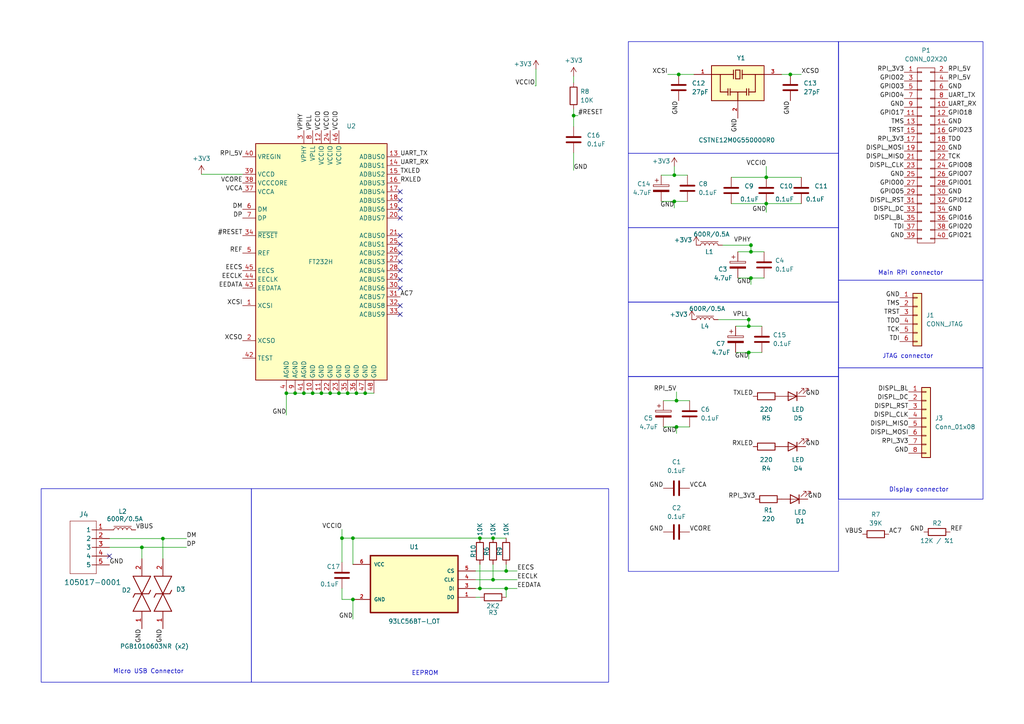
<source format=kicad_sch>
(kicad_sch (version 20230121) (generator eeschema)
  (paper "A4")
  (lib_symbols
    (symbol "2025-02-15_21-18-10:475890001" (pin_names (offset 0.254))
      (property "Reference" "J4" (at -2.54 9.525 0))
      (property "Value" "475890001" (at -8.255 11.43 0))
      (symbol "475890001_1_1"
        (polyline (pts (xy -5.08 -7.62) (xy 2.54 -7.62)) (stroke (width 0.127)))
        (polyline (pts (xy -5.08 7.62) (xy -5.08 -7.62)) (stroke (width 0.127)))
        (polyline (pts (xy 2.54 -7.62) (xy 2.54 7.62)) (stroke (width 0.127)))
        (polyline (pts (xy 2.54 7.62) (xy -5.08 7.62)) (stroke (width 0.127)))
        (pin unspecified line (at 6.35 5.08 180) (length 5.08) (name "1") (number "1"))
        (pin unspecified line (at 6.35 2.54 180) (length 5.08) (name "2") (number "2"))
        (pin unspecified line (at 6.35 0 180) (length 5.08) (name "3") (number "3"))
        (pin unspecified line (at 6.35 -2.54 180) (length 5.08) (name "4") (number "4"))
        (pin unspecified line (at 6.35 -5.08 180) (length 5.08) (name "5") (number "5"))
      )
      (symbol "475890001_1_2"
        (polyline (pts (xy -5.08 -7.62) (xy 2.54 -7.62)) (stroke (width 0.127)))
        (polyline (pts (xy -5.08 7.62) (xy -5.08 -7.62)) (stroke (width 0.127)))
        (polyline (pts (xy -2.54 -5.08) (xy -5.08 -5.08)) (stroke (width 0.127)))
        (polyline (pts (xy -2.54 -5.08) (xy -1.27 -5.9267)) (stroke (width 0.127)))
        (polyline (pts (xy -2.54 -5.08) (xy -1.27 -4.2333)) (stroke (width 0.127)))
        (polyline (pts (xy -2.54 -2.54) (xy -5.08 -2.54)) (stroke (width 0.127)))
        (polyline (pts (xy -2.54 -2.54) (xy -1.27 -3.3867)) (stroke (width 0.127)))
        (polyline (pts (xy -2.54 -2.54) (xy -1.27 -1.6933)) (stroke (width 0.127)))
        (polyline (pts (xy -2.54 0) (xy -5.08 0)) (stroke (width 0.127)))
        (polyline (pts (xy -2.54 0) (xy -1.27 -0.8467)) (stroke (width 0.127)))
        (polyline (pts (xy -2.54 0) (xy -1.27 0.8467)) (stroke (width 0.127)))
        (polyline (pts (xy -2.54 2.54) (xy -5.08 2.54)) (stroke (width 0.127)))
        (polyline (pts (xy -2.54 2.54) (xy -1.27 1.6933)) (stroke (width 0.127)))
        (polyline (pts (xy -2.54 2.54) (xy -1.27 3.3867)) (stroke (width 0.127)))
        (polyline (pts (xy -2.54 5.08) (xy -5.08 5.08)) (stroke (width 0.127)))
        (polyline (pts (xy -2.54 5.08) (xy -1.27 4.2333)) (stroke (width 0.127)))
        (polyline (pts (xy -2.54 5.08) (xy -1.27 5.9267)) (stroke (width 0.127)))
        (polyline (pts (xy 2.54 -7.62) (xy 2.54 7.62)) (stroke (width 0.127)))
        (polyline (pts (xy 2.54 7.62) (xy -5.08 7.62)) (stroke (width 0.127)))
        (pin unspecified line (at -10.16 5.08 0) (length 5.08) (name "1") (number "1"))
        (pin unspecified line (at -10.16 2.54 0) (length 5.08) (name "2") (number "2"))
        (pin unspecified line (at -10.16 0 0) (length 5.08) (name "3") (number "3"))
        (pin unspecified line (at -10.16 -2.54 0) (length 5.08) (name "4") (number "4"))
        (pin unspecified line (at -10.16 -5.08 0) (length 5.08) (name "5") (number "5"))
      )
    )
    (symbol "93LC56BT-I_OT:93LC56BT-I_OT" (pin_names (offset 1.016))
      (property "Reference" "U1" (at 0 10.795 0))
      (property "Value" "93LC56BT-I_OT" (at 0 -10.795 0))
      (symbol "93LC56BT-I_OT_0_0"
        (rectangle (start -12.7 8.255) (end 12.7 -8.255) (stroke (width 0.41)) (fill (type background)))
        (pin output line (at 17.78 -3.81 180) (length 5.08) (name "DO") (number "1"))
        (pin input line (at 17.78 -1.27 180) (length 5.08) (name "DI") (number "3"))
        (pin input line (at 17.78 3.81 180) (length 5.08) (name "CS") (number "5"))
        (pin power_in line (at -17.78 5.715 0) (length 5.08) (name "VCC") (number "6"))
      )
      (symbol "93LC56BT-I_OT_1_0"
        (pin power_in line (at -17.78 -4.445 0) (length 5.08) (name "GND") (number "2"))
        (pin input line (at 17.78 1.27 180) (length 5.08) (name "CLK") (number "4"))
      )
    )
    (symbol "CSTNE12M0G550000R0:CSTNE12M0G550000R0" (pin_names (offset 1.016))
      (property "Reference" "Y" (at -7.62 6.35 0))
      (property "Value" "CSTNE12M0G550000R0" (at 1.27 -6.35 0))
      (symbol "CSTNE12M0G550000R0_0_0"
        (rectangle (start -7.62 -5.08) (end 7.62 5.08) (stroke (width 0.254)) (fill (type background)))
        (polyline (pts (xy -7.62 2.54) (xy -5.08 2.54)) (stroke (width 0.254)))
        (polyline (pts (xy -5.08 -2.54) (xy -5.08 2.54)) (stroke (width 0.254)))
        (polyline (pts (xy -5.08 2.54) (xy -1.27 2.54)) (stroke (width 0.254)))
        (polyline (pts (xy -2.8575 -2.54) (xy -5.08 -2.54)) (stroke (width 0.254)))
        (polyline (pts (xy -2.8575 -2.54) (xy -2.8575 -3.4925)) (stroke (width 0.254)))
        (polyline (pts (xy -2.8575 -1.5875) (xy -2.8575 -2.54)) (stroke (width 0.254)))
        (polyline (pts (xy -2.2225 -2.54) (xy -2.2225 -3.4925)) (stroke (width 0.254)))
        (polyline (pts (xy -2.2225 -1.5875) (xy -2.2225 -2.54)) (stroke (width 0.254)))
        (polyline (pts (xy -1.27 2.54) (xy -1.27 1.27)) (stroke (width 0.254)))
        (polyline (pts (xy -1.27 3.81) (xy -1.27 2.54)) (stroke (width 0.254)))
        (polyline (pts (xy -0.635 1.27) (xy -0.635 3.81)) (stroke (width 0.254)))
        (polyline (pts (xy -0.635 3.81) (xy 0.635 3.81)) (stroke (width 0.254)))
        (polyline (pts (xy 0 -5.08) (xy 0 -2.54)) (stroke (width 0.254)))
        (polyline (pts (xy 0 -2.54) (xy -2.2225 -2.54)) (stroke (width 0.254)))
        (polyline (pts (xy 0 -2.54) (xy 2.54 -2.54)) (stroke (width 0.254)))
        (polyline (pts (xy 0.635 1.27) (xy -0.635 1.27)) (stroke (width 0.254)))
        (polyline (pts (xy 0.635 3.81) (xy 0.635 1.27)) (stroke (width 0.254)))
        (polyline (pts (xy 1.27 2.54) (xy 1.27 1.27)) (stroke (width 0.254)))
        (polyline (pts (xy 1.27 2.54) (xy 5.08 2.54)) (stroke (width 0.254)))
        (polyline (pts (xy 1.27 3.81) (xy 1.27 2.54)) (stroke (width 0.254)))
        (polyline (pts (xy 2.54 -2.54) (xy 2.54 -3.4925)) (stroke (width 0.254)))
        (polyline (pts (xy 2.54 -1.5875) (xy 2.54 -2.54)) (stroke (width 0.254)))
        (polyline (pts (xy 3.175 -2.54) (xy 3.175 -3.4925)) (stroke (width 0.254)))
        (polyline (pts (xy 3.175 -2.54) (xy 5.08 -2.54)) (stroke (width 0.254)))
        (polyline (pts (xy 3.175 -1.5875) (xy 3.175 -2.54)) (stroke (width 0.254)))
        (polyline (pts (xy 5.08 -2.54) (xy 5.08 2.54)) (stroke (width 0.254)))
        (polyline (pts (xy 5.08 2.54) (xy 7.62 2.54)) (stroke (width 0.254)))
        (pin input line (at -12.7 2.54 0) (length 5.08) (name "~") (number "1"))
        (pin power_in line (at 0 -10.16 90) (length 5.08) (name "~") (number "2"))
        (pin output line (at 12.7 2.54 180) (length 5.08) (name "~") (number "3"))
      )
    )
    (symbol "Connector_Generic:Conn_01x06" (pin_names (offset 1.016) hide)
      (property "Reference" "J" (at 0 7.62 0))
      (property "Value" "Conn_01x06" (at 0 -10.16 0))
      (symbol "Conn_01x06_1_1"
        (rectangle (start -1.27 -7.493) (end 0 -7.747) (stroke (width 0.1524)))
        (rectangle (start -1.27 -4.953) (end 0 -5.207) (stroke (width 0.1524)))
        (rectangle (start -1.27 -2.413) (end 0 -2.667) (stroke (width 0.1524)))
        (rectangle (start -1.27 0.127) (end 0 -0.127) (stroke (width 0.1524)))
        (rectangle (start -1.27 2.667) (end 0 2.413) (stroke (width 0.1524)))
        (rectangle (start -1.27 5.207) (end 0 4.953) (stroke (width 0.1524)))
        (rectangle (start -1.27 6.35) (end 1.27 -8.89) (stroke (width 0.254)) (fill (type background)))
        (pin passive line (at -5.08 5.08 0) (length 3.81) (name "Pin_1") (number "1"))
        (pin passive line (at -5.08 2.54 0) (length 3.81) (name "Pin_2") (number "2"))
        (pin passive line (at -5.08 0 0) (length 3.81) (name "Pin_3") (number "3"))
        (pin passive line (at -5.08 -2.54 0) (length 3.81) (name "Pin_4") (number "4"))
        (pin passive line (at -5.08 -5.08 0) (length 3.81) (name "Pin_5") (number "5"))
        (pin passive line (at -5.08 -7.62 0) (length 3.81) (name "Pin_6") (number "6"))
      )
    )
    (symbol "Connector_Generic:Conn_01x08" (pin_names (offset 1.016) hide)
      (property "Reference" "J" (at 0 10.16 0))
      (property "Value" "Conn_01x08" (at 0 -12.7 0))
      (symbol "Conn_01x08_1_1"
        (rectangle (start -1.27 -10.033) (end 0 -10.287) (stroke (width 0.1524)))
        (rectangle (start -1.27 -7.493) (end 0 -7.747) (stroke (width 0.1524)))
        (rectangle (start -1.27 -4.953) (end 0 -5.207) (stroke (width 0.1524)))
        (rectangle (start -1.27 -2.413) (end 0 -2.667) (stroke (width 0.1524)))
        (rectangle (start -1.27 0.127) (end 0 -0.127) (stroke (width 0.1524)))
        (rectangle (start -1.27 2.667) (end 0 2.413) (stroke (width 0.1524)))
        (rectangle (start -1.27 5.207) (end 0 4.953) (stroke (width 0.1524)))
        (rectangle (start -1.27 7.747) (end 0 7.493) (stroke (width 0.1524)))
        (rectangle (start -1.27 8.89) (end 1.27 -11.43) (stroke (width 0.254)) (fill (type background)))
        (pin passive line (at -5.08 7.62 0) (length 3.81) (name "Pin_1") (number "1"))
        (pin passive line (at -5.08 5.08 0) (length 3.81) (name "Pin_2") (number "2"))
        (pin passive line (at -5.08 2.54 0) (length 3.81) (name "Pin_3") (number "3"))
        (pin passive line (at -5.08 0 0) (length 3.81) (name "Pin_4") (number "4"))
        (pin passive line (at -5.08 -2.54 0) (length 3.81) (name "Pin_5") (number "5"))
        (pin passive line (at -5.08 -5.08 0) (length 3.81) (name "Pin_6") (number "6"))
        (pin passive line (at -5.08 -7.62 0) (length 3.81) (name "Pin_7") (number "7"))
        (pin passive line (at -5.08 -10.16 0) (length 3.81) (name "Pin_8") (number "8"))
      )
    )
    (symbol "Device:C" (pin_numbers hide) (pin_names (offset 0.254))
      (property "Reference" "C" (at 0.635 2.54 0))
      (property "Value" "C" (at 0.635 -2.54 0))
      (symbol "C_0_1"
        (polyline (pts (xy -2.032 -0.762) (xy 2.032 -0.762)) (stroke (width 0.508)))
        (polyline (pts (xy -2.032 0.762) (xy 2.032 0.762)) (stroke (width 0.508)))
      )
      (symbol "C_1_1"
        (pin passive line (at 0 3.81 270) (length 2.794) (name "~") (number "1"))
        (pin passive line (at 0 -3.81 90) (length 2.794) (name "~") (number "2"))
      )
    )
    (symbol "Device:C_Polarized" (pin_numbers hide) (pin_names (offset 0.254))
      (property "Reference" "C" (at 0.635 2.54 0))
      (property "Value" "C_Polarized" (at 0.635 -2.54 0))
      (symbol "C_Polarized_0_1"
        (rectangle (start -2.286 0.508) (end 2.286 1.016))
        (polyline (pts (xy -1.778 2.286) (xy -0.762 2.286)))
        (polyline (pts (xy -1.27 2.794) (xy -1.27 1.778)))
        (rectangle (start 2.286 -0.508) (end -2.286 -1.016) (fill (type outline)))
      )
      (symbol "C_Polarized_1_1"
        (pin passive line (at 0 3.81 270) (length 2.794) (name "~") (number "1"))
        (pin passive line (at 0 -3.81 90) (length 2.794) (name "~") (number "2"))
      )
    )
    (symbol "Device:LED" (pin_numbers hide) (pin_names (offset 1.016) hide)
      (property "Reference" "D" (at 0 2.54 0))
      (property "Value" "LED" (at 0 -2.54 0))
      (symbol "LED_0_1"
        (polyline (pts (xy -1.27 -1.27) (xy -1.27 1.27)) (stroke (width 0.254)))
        (polyline (pts (xy -1.27 0) (xy 1.27 0)))
        (polyline (pts (xy 1.27 -1.27) (xy 1.27 1.27) (xy -1.27 0) (xy 1.27 -1.27)) (stroke (width 0.254)))
        (polyline (pts (xy -3.048 -0.762) (xy -4.572 -2.286) (xy -3.81 -2.286) (xy -4.572 -2.286) (xy -4.572 -1.524)))
        (polyline (pts (xy -1.778 -0.762) (xy -3.302 -2.286) (xy -2.54 -2.286) (xy -3.302 -2.286) (xy -3.302 -1.524)))
      )
      (symbol "LED_1_1"
        (pin passive line (at -3.81 0 0) (length 2.54) (name "K") (number "1"))
        (pin passive line (at 3.81 0 180) (length 2.54) (name "A") (number "2"))
      )
    )
    (symbol "Device:L_Iron" (pin_numbers hide) (pin_names (offset 1.016) hide)
      (property "Reference" "L4" (at -1.905 0 90))
      (property "Value" "600R/0.5A" (at 3.175 -0.635 90))
      (symbol "L_Iron_0_1"
        (arc (start 0 -2.54) (mid 0.6323 -1.905) (end 0 -1.27))
        (arc (start 0 -1.27) (mid 0.6323 -0.635) (end 0 0))
        (polyline (pts (xy 1.016 2.54) (xy 1.016 -2.54)))
        (arc (start 0 0) (mid 0.6323 0.635) (end 0 1.27))
        (arc (start 0 1.27) (mid 0.6323 1.905) (end 0 2.54))
      )
      (symbol "L_Iron_1_1"
        (pin passive line (at 0 3.81 270) (length 1.27) (name "1") (number "1"))
        (pin passive line (at 0 -3.81 90) (length 1.27) (name "2") (number "2"))
      )
    )
    (symbol "Device:R" (pin_numbers hide) (pin_names (offset 0))
      (property "Reference" "R" (at 2.032 0 90))
      (property "Value" "R" (at 0 0 90))
      (symbol "R_0_1"
        (rectangle (start -1.016 -2.54) (end 1.016 2.54) (stroke (width 0.254)))
      )
      (symbol "R_1_1"
        (pin passive line (at 0 3.81 270) (length 1.27) (name "~") (number "1"))
        (pin passive line (at 0 -3.81 90) (length 1.27) (name "~") (number "2"))
      )
    )
    (symbol "Interface_USB:FT232H"
      (property "Reference" "U2" (at 7.2741 39.37 0))
      (property "Value" "FT232H" (at -3.81 0 0))
      (symbol "FT232H_0_1"
        (rectangle (start -19.05 34.29) (end 19.05 -34.29) (stroke (width 0.254)) (fill (type background)))
      )
      (symbol "FT232H_1_1"
        (pin input line (at -22.86 -12.7 0) (length 3.81) (name "XCSI") (number "1"))
        (pin power_in line (at -2.54 -38.1 90) (length 3.81) (name "GND") (number "10"))
        (pin power_in line (at 0 -38.1 90) (length 3.81) (name "GND") (number "11"))
        (pin power_in line (at 0 38.1 270) (length 3.81) (name "VCCIO") (number "12"))
        (pin bidirectional line (at 22.86 30.48 180) (length 3.81) (name "ADBUS0") (number "13"))
        (pin bidirectional line (at 22.86 27.94 180) (length 3.81) (name "ADBUS1") (number "14"))
        (pin bidirectional line (at 22.86 25.4 180) (length 3.81) (name "ADBUS2") (number "15"))
        (pin bidirectional line (at 22.86 22.86 180) (length 3.81) (name "ADBUS3") (number "16"))
        (pin bidirectional line (at 22.86 20.32 180) (length 3.81) (name "ADBUS4") (number "17"))
        (pin bidirectional line (at 22.86 17.78 180) (length 3.81) (name "ADBUS5") (number "18"))
        (pin bidirectional line (at 22.86 15.24 180) (length 3.81) (name "ADBUS6") (number "19"))
        (pin output line (at -22.86 -22.86 0) (length 3.81) (name "XCSO") (number "2"))
        (pin bidirectional line (at 22.86 12.7 180) (length 3.81) (name "ADBUS7") (number "20"))
        (pin bidirectional line (at 22.86 7.62 180) (length 3.81) (name "ACBUS0") (number "21"))
        (pin power_in line (at 2.54 -38.1 90) (length 3.81) (name "GND") (number "22"))
        (pin power_in line (at 5.08 -38.1 90) (length 3.81) (name "GND") (number "23"))
        (pin power_in line (at 2.54 38.1 270) (length 3.81) (name "VCCIO") (number "24"))
        (pin bidirectional line (at 22.86 5.08 180) (length 3.81) (name "ACBUS1") (number "25"))
        (pin bidirectional line (at 22.86 2.54 180) (length 3.81) (name "ACBUS2") (number "26"))
        (pin bidirectional line (at 22.86 0 180) (length 3.81) (name "ACBUS3") (number "27"))
        (pin bidirectional line (at 22.86 -2.54 180) (length 3.81) (name "ACBUS4") (number "28"))
        (pin bidirectional line (at 22.86 -5.08 180) (length 3.81) (name "ACBUS5") (number "29"))
        (pin power_in line (at -5.08 38.1 270) (length 3.81) (name "VPHY") (number "3"))
        (pin bidirectional line (at 22.86 -7.62 180) (length 3.81) (name "ACBUS6") (number "30"))
        (pin bidirectional line (at 22.86 -10.16 180) (length 3.81) (name "ACBUS7") (number "31"))
        (pin bidirectional line (at 22.86 -12.7 180) (length 3.81) (name "ACBUS8") (number "32"))
        (pin bidirectional line (at 22.86 -15.24 180) (length 3.81) (name "ACBUS9") (number "33"))
        (pin input line (at -22.86 7.62 0) (length 3.81) (name "~{RESET}") (number "34"))
        (pin power_in line (at 7.62 -38.1 90) (length 3.81) (name "GND") (number "35"))
        (pin power_in line (at 10.16 -38.1 90) (length 3.81) (name "GND") (number "36"))
        (pin power_out line (at -22.86 20.32 0) (length 3.81) (name "VCCA") (number "37"))
        (pin power_out line (at -22.86 22.86 0) (length 3.81) (name "VCCCORE") (number "38"))
        (pin power_out line (at -22.86 25.4 0) (length 3.81) (name "VCCD") (number "39"))
        (pin power_in line (at -10.16 -38.1 90) (length 3.81) (name "AGND") (number "4"))
        (pin power_in line (at -22.86 30.48 0) (length 3.81) (name "VREGIN") (number "40"))
        (pin power_in line (at -5.08 -38.1 90) (length 3.81) (name "AGND") (number "41"))
        (pin input line (at -22.86 -27.94 0) (length 3.81) (name "TEST") (number "42"))
        (pin bidirectional line (at -22.86 -7.62 0) (length 3.81) (name "EEDATA") (number "43"))
        (pin input line (at -22.86 -5.08 0) (length 3.81) (name "EECLK") (number "44"))
        (pin input line (at -22.86 -2.54 0) (length 3.81) (name "EECS") (number "45"))
        (pin power_in line (at 5.08 38.1 270) (length 3.81) (name "VCCIO") (number "46"))
        (pin power_in line (at 12.7 -38.1 90) (length 3.81) (name "GND") (number "47"))
        (pin power_in line (at 15.24 -38.1 90) (length 3.81) (name "GND") (number "48"))
        (pin input line (at -22.86 2.54 0) (length 3.81) (name "REF") (number "5"))
        (pin bidirectional line (at -22.86 15.24 0) (length 3.81) (name "DM") (number "6"))
        (pin bidirectional line (at -22.86 12.7 0) (length 3.81) (name "DP") (number "7"))
        (pin power_in line (at -2.54 38.1 270) (length 3.81) (name "VPLL") (number "8"))
        (pin power_in line (at -7.62 -38.1 90) (length 3.81) (name "AGND") (number "9"))
      )
    )
    (symbol "L_Iron_1" (pin_numbers hide) (pin_names (offset 1.016) hide)
      (property "Reference" "L2" (at 5.334 0 90))
      (property "Value" "600R/0.5A" (at 3.175 -0.635 90))
      (symbol "L_Iron_1_0_1"
        (arc (start 0 -2.54) (mid 0.6323 -1.905) (end 0 -1.27))
        (arc (start 0 -1.27) (mid 0.6323 -0.635) (end 0 0))
        (polyline (pts (xy 1.016 2.54) (xy 1.016 -2.54)))
        (arc (start 0 0) (mid 0.6323 0.635) (end 0 1.27))
        (arc (start 0 1.27) (mid 0.6323 1.905) (end 0 2.54))
      )
      (symbol "L_Iron_1_1_1"
        (pin passive line (at 0 3.81 270) (length 1.27) (name "1") (number "1"))
        (pin passive line (at 0 -3.81 90) (length 1.27) (name "2") (number "2"))
      )
    )
    (symbol "L_Iron_2" (pin_numbers hide) (pin_names (offset 1.016) hide)
      (property "Reference" "L1" (at -1.905 0 90))
      (property "Value" "600R/0.5A" (at 3.175 -0.635 90))
      (symbol "L_Iron_2_0_1"
        (arc (start 0 -2.54) (mid 0.6323 -1.905) (end 0 -1.27))
        (arc (start 0 -1.27) (mid 0.6323 -0.635) (end 0 0))
        (polyline (pts (xy 1.016 2.54) (xy 1.016 -2.54)))
        (arc (start 0 0) (mid 0.6323 0.635) (end 0 1.27))
        (arc (start 0 1.27) (mid 0.6323 1.905) (end 0 2.54))
      )
      (symbol "L_Iron_2_1_1"
        (pin passive line (at 0 3.81 270) (length 1.27) (name "1") (number "1"))
        (pin passive line (at 0 -3.81 90) (length 1.27) (name "2") (number "2"))
      )
    )
    (symbol "PGB1010603NR:PGB1010603NR" (pin_names hide)
      (property "Reference" "D" (at 12.7 8.89 0))
      (property "Value" "PGB1010603NR" (at 12.7 6.35 0))
      (symbol "PGB1010603NR_1_1"
        (polyline (pts (xy 5.08 2.54) (xy 5.08 -2.54)) (stroke (width 0.254)))
        (polyline (pts (xy 5.08 2.54) (xy 10.16 0)) (stroke (width 0.254)))
        (polyline (pts (xy 9.144 2.54) (xy 10.16 2.032)) (stroke (width 0.254)))
        (polyline (pts (xy 10.16 -2.032) (xy 10.16 2.032)) (stroke (width 0.254)))
        (polyline (pts (xy 10.16 -2.032) (xy 11.176 -2.54)) (stroke (width 0.254)))
        (polyline (pts (xy 10.16 0) (xy 5.08 -2.54)) (stroke (width 0.254)))
        (polyline (pts (xy 10.16 0) (xy 15.24 -2.54)) (stroke (width 0.254)))
        (polyline (pts (xy 15.24 2.54) (xy 10.16 0)) (stroke (width 0.254)))
        (polyline (pts (xy 15.24 2.54) (xy 15.24 -2.54)) (stroke (width 0.254)))
        (pin passive line (at 0 0 0) (length 5.08) (name "1") (number "1"))
        (pin passive line (at 20.32 0 180) (length 5.08) (name "2") (number "2"))
      )
    )
    (symbol "power:+3V3" (power) (pin_names (offset 0))
      (property "Value" "+3V3" (at 0 3.556 0))
      (symbol "+3V3_0_1"
        (polyline (pts (xy -0.762 1.27) (xy 0 2.54)))
        (polyline (pts (xy 0 0) (xy 0 2.54)))
        (polyline (pts (xy 0 2.54) (xy 0.762 1.27)))
      )
      (symbol "+3V3_1_1"
        (pin power_in line (at 0 0 90) (length 0) hide (name "+3V3") (number "1"))
      )
    )
    (symbol "raspberry_pi_hat:CONN_02X20" (pin_names (offset 0.0254) hide)
      (property "Reference" "P" (at 0 26.67 0))
      (property "Value" "CONN_02X20" (at 0 0 90))
      (symbol "CONN_02X20_0_1"
        (rectangle (start -2.54 -24.003) (end -1.27 -24.257))
        (rectangle (start -2.54 -21.463) (end -1.27 -21.717))
        (rectangle (start -2.54 -18.923) (end -1.27 -19.177))
        (rectangle (start -2.54 -16.383) (end -1.27 -16.637))
        (rectangle (start -2.54 -13.843) (end -1.27 -14.097))
        (rectangle (start -2.54 -11.303) (end -1.27 -11.557))
        (rectangle (start -2.54 -8.763) (end -1.27 -9.017))
        (rectangle (start -2.54 -6.223) (end -1.27 -6.477))
        (rectangle (start -2.54 -3.683) (end -1.27 -3.937))
        (rectangle (start -2.54 -1.143) (end -1.27 -1.397))
        (rectangle (start -2.54 1.397) (end -1.27 1.143))
        (rectangle (start -2.54 3.937) (end -1.27 3.683))
        (rectangle (start -2.54 6.477) (end -1.27 6.223))
        (rectangle (start -2.54 9.017) (end -1.27 8.763))
        (rectangle (start -2.54 11.557) (end -1.27 11.303))
        (rectangle (start -2.54 14.097) (end -1.27 13.843))
        (rectangle (start -2.54 16.637) (end -1.27 16.383))
        (rectangle (start -2.54 19.177) (end -1.27 18.923))
        (rectangle (start -2.54 21.717) (end -1.27 21.463))
        (rectangle (start -2.54 24.257) (end -1.27 24.003))
        (rectangle (start -2.54 25.4) (end 2.54 -25.4))
        (rectangle (start 1.27 -24.003) (end 2.54 -24.257))
        (rectangle (start 1.27 -21.463) (end 2.54 -21.717))
        (rectangle (start 1.27 -18.923) (end 2.54 -19.177))
        (rectangle (start 1.27 -16.383) (end 2.54 -16.637))
        (rectangle (start 1.27 -13.843) (end 2.54 -14.097))
        (rectangle (start 1.27 -11.303) (end 2.54 -11.557))
        (rectangle (start 1.27 -8.763) (end 2.54 -9.017))
        (rectangle (start 1.27 -6.223) (end 2.54 -6.477))
        (rectangle (start 1.27 -3.683) (end 2.54 -3.937))
        (rectangle (start 1.27 -1.143) (end 2.54 -1.397))
        (rectangle (start 1.27 1.397) (end 2.54 1.143))
        (rectangle (start 1.27 3.937) (end 2.54 3.683))
        (rectangle (start 1.27 6.477) (end 2.54 6.223))
        (rectangle (start 1.27 9.017) (end 2.54 8.763))
        (rectangle (start 1.27 11.557) (end 2.54 11.303))
        (rectangle (start 1.27 14.097) (end 2.54 13.843))
        (rectangle (start 1.27 16.637) (end 2.54 16.383))
        (rectangle (start 1.27 19.177) (end 2.54 18.923))
        (rectangle (start 1.27 21.717) (end 2.54 21.463))
        (rectangle (start 1.27 24.257) (end 2.54 24.003))
      )
      (symbol "CONN_02X20_1_1"
        (pin passive line (at -6.35 24.13 0) (length 3.81) (name "P1") (number "1"))
        (pin passive line (at 6.35 13.97 180) (length 3.81) (name "P10") (number "10"))
        (pin passive line (at -6.35 11.43 0) (length 3.81) (name "P11") (number "11"))
        (pin passive line (at 6.35 11.43 180) (length 3.81) (name "P12") (number "12"))
        (pin passive line (at -6.35 8.89 0) (length 3.81) (name "P13") (number "13"))
        (pin passive line (at 6.35 8.89 180) (length 3.81) (name "P14") (number "14"))
        (pin passive line (at -6.35 6.35 0) (length 3.81) (name "P15") (number "15"))
        (pin passive line (at 6.35 6.35 180) (length 3.81) (name "P16") (number "16"))
        (pin passive line (at -6.35 3.81 0) (length 3.81) (name "P17") (number "17"))
        (pin passive line (at 6.35 3.81 180) (length 3.81) (name "P18") (number "18"))
        (pin passive line (at -6.35 1.27 0) (length 3.81) (name "P19") (number "19"))
        (pin passive line (at 6.35 24.13 180) (length 3.81) (name "P2") (number "2"))
        (pin passive line (at 6.35 1.27 180) (length 3.81) (name "P20") (number "20"))
        (pin passive line (at -6.35 -1.27 0) (length 3.81) (name "P21") (number "21"))
        (pin passive line (at 6.35 -1.27 180) (length 3.81) (name "P22") (number "22"))
        (pin passive line (at -6.35 -3.81 0) (length 3.81) (name "P23") (number "23"))
        (pin passive line (at 6.35 -3.81 180) (length 3.81) (name "P24") (number "24"))
        (pin passive line (at -6.35 -6.35 0) (length 3.81) (name "P25") (number "25"))
        (pin passive line (at 6.35 -6.35 180) (length 3.81) (name "P26") (number "26"))
        (pin passive line (at -6.35 -8.89 0) (length 3.81) (name "P27") (number "27"))
        (pin passive line (at 6.35 -8.89 180) (length 3.81) (name "P28") (number "28"))
        (pin passive line (at -6.35 -11.43 0) (length 3.81) (name "P29") (number "29"))
        (pin passive line (at -6.35 21.59 0) (length 3.81) (name "P3") (number "3"))
        (pin passive line (at 6.35 -11.43 180) (length 3.81) (name "P30") (number "30"))
        (pin passive line (at -6.35 -13.97 0) (length 3.81) (name "P31") (number "31"))
        (pin passive line (at 6.35 -13.97 180) (length 3.81) (name "P32") (number "32"))
        (pin passive line (at -6.35 -16.51 0) (length 3.81) (name "P33") (number "33"))
        (pin passive line (at 6.35 -16.51 180) (length 3.81) (name "P34") (number "34"))
        (pin passive line (at -6.35 -19.05 0) (length 3.81) (name "P35") (number "35"))
        (pin passive line (at 6.35 -19.05 180) (length 3.81) (name "P36") (number "36"))
        (pin passive line (at -6.35 -21.59 0) (length 3.81) (name "P37") (number "37"))
        (pin passive line (at 6.35 -21.59 180) (length 3.81) (name "P38") (number "38"))
        (pin passive line (at -6.35 -24.13 0) (length 3.81) (name "P39") (number "39"))
        (pin passive line (at 6.35 21.59 180) (length 3.81) (name "P4") (number "4"))
        (pin passive line (at 6.35 -24.13 180) (length 3.81) (name "P40") (number "40"))
        (pin passive line (at -6.35 19.05 0) (length 3.81) (name "P5") (number "5"))
        (pin passive line (at 6.35 19.05 180) (length 3.81) (name "P6") (number "6"))
        (pin passive line (at -6.35 16.51 0) (length 3.81) (name "P7") (number "7"))
        (pin passive line (at 6.35 16.51 180) (length 3.81) (name "P8") (number "8"))
        (pin passive line (at -6.35 13.97 0) (length 3.81) (name "P9") (number "9"))
      )
    )
  )
  (junction (at 95.758 114.046))
  (junction (at 139.192 156.083))
  (junction (at 90.678 114.046))
  (junction (at 217.805 80.645))
  (junction (at 222.25 51.435))
  (junction (at 83.058 114.046))
  (junction (at 143.002 156.083))
  (junction (at 88.138 114.046))
  (junction (at 166.37 33.528))
  (junction (at 229.235 21.59))
  (junction (at 217.805 73.025))
  (junction (at 217.17 92.71))
  (junction (at 41.148 158.75))
  (junction (at 196.215 123.825))
  (junction (at 146.812 165.608))
  (junction (at 217.805 71.12))
  (junction (at 98.298 114.046))
  (junction (at 99.187 156.083))
  (junction (at 85.598 114.046))
  (junction (at 102.362 173.863))
  (junction (at 100.838 114.046))
  (junction (at 217.17 102.235))
  (junction (at 195.58 50.8))
  (junction (at 93.218 114.046))
  (junction (at 196.85 21.59))
  (junction (at 139.192 170.688))
  (junction (at 103.378 114.046))
  (junction (at 196.215 116.205))
  (junction (at 105.918 114.046))
  (junction (at 102.362 156.083))
  (junction (at 146.812 170.688))
  (junction (at 222.25 59.055))
  (junction (at 143.002 168.148))
  (junction (at 47.244 156.21))
  (junction (at 195.58 58.42))
  (junction (at 217.17 94.615))
  (no_connect (at 116.078 81.026))
  (no_connect (at 31.75 161.29))
  (no_connect (at 116.078 75.946))
  (no_connect (at 116.078 63.246))
  (no_connect (at 116.078 60.706))
  (no_connect (at 116.078 78.486))
  (no_connect (at 116.078 91.186))
  (no_connect (at 116.078 70.866))
  (no_connect (at 116.078 73.406))
  (no_connect (at 116.078 58.166))
  (no_connect (at 116.078 83.566))
  (no_connect (at 116.078 55.626))
  (no_connect (at 116.078 68.326))
  (no_connect (at 116.078 88.646))
  (wire (pts (xy 139.192 163.703) (xy 139.192 170.688)))
  (wire (pts (xy 103.378 114.046) (xy 105.918 114.046)))
  (wire (pts (xy 99.187 153.543) (xy 99.187 156.083)))
  (wire (pts (xy 137.922 170.688) (xy 139.192 170.688)))
  (wire (pts (xy 100.838 114.046) (xy 103.378 114.046)))
  (wire (pts (xy 99.187 170.688) (xy 99.187 173.863)))
  (wire (pts (xy 222.25 51.435) (xy 232.41 51.435)))
  (wire (pts (xy 99.187 156.083) (xy 99.187 163.068)))
  (wire (pts (xy 222.25 59.055) (xy 222.25 61.595)))
  (wire (pts (xy 166.37 22.098) (xy 166.37 24.003)))
  (wire (pts (xy 166.37 33.528) (xy 166.37 36.703)))
  (wire (pts (xy 166.37 31.623) (xy 166.37 33.528)))
  (wire (pts (xy 166.37 44.323) (xy 166.37 49.403)))
  (wire (pts (xy 47.244 156.21) (xy 54.102 156.21)))
  (wire (pts (xy 217.805 71.12) (xy 217.805 73.025)))
  (wire (pts (xy 213.36 102.235) (xy 217.17 102.235)))
  (wire (pts (xy 229.235 21.59) (xy 232.41 21.59)))
  (wire (pts (xy 212.09 59.055) (xy 222.25 59.055)))
  (wire (pts (xy 102.362 156.083) (xy 102.362 163.703)))
  (wire (pts (xy 139.192 156.083) (xy 102.362 156.083)))
  (wire (pts (xy 31.75 156.21) (xy 47.244 156.21)))
  (wire (pts (xy 217.805 73.025) (xy 221.615 73.025)))
  (wire (pts (xy 146.812 156.083) (xy 143.002 156.083)))
  (wire (pts (xy 139.192 170.688) (xy 146.812 170.688)))
  (wire (pts (xy 90.678 114.046) (xy 93.218 114.046)))
  (wire (pts (xy 93.218 114.046) (xy 95.758 114.046)))
  (wire (pts (xy 41.148 158.75) (xy 41.148 162.052)))
  (wire (pts (xy 192.405 116.205) (xy 196.215 116.205)))
  (wire (pts (xy 143.002 163.703) (xy 143.002 168.148)))
  (wire (pts (xy 195.58 48.26) (xy 195.58 50.8)))
  (wire (pts (xy 217.805 80.645) (xy 217.805 82.55)))
  (wire (pts (xy 143.002 168.148) (xy 149.987 168.148)))
  (wire (pts (xy 83.058 114.046) (xy 85.598 114.046)))
  (wire (pts (xy 222.25 59.055) (xy 232.41 59.055)))
  (wire (pts (xy 192.405 123.825) (xy 196.215 123.825)))
  (wire (pts (xy 146.812 170.688) (xy 149.987 170.688)))
  (wire (pts (xy 195.58 50.8) (xy 199.39 50.8)))
  (wire (pts (xy 217.17 92.075) (xy 217.17 92.71)))
  (wire (pts (xy 83.058 114.046) (xy 83.058 120.396)))
  (wire (pts (xy 85.598 114.046) (xy 88.138 114.046)))
  (wire (pts (xy 196.85 21.59) (xy 201.295 21.59)))
  (wire (pts (xy 212.09 51.435) (xy 222.25 51.435)))
  (wire (pts (xy 217.17 94.615) (xy 220.98 94.615)))
  (wire (pts (xy 146.812 173.228) (xy 146.812 170.688)))
  (wire (pts (xy 98.298 114.046) (xy 100.838 114.046)))
  (wire (pts (xy 195.58 58.42) (xy 195.58 60.325)))
  (wire (pts (xy 193.675 21.59) (xy 196.85 21.59)))
  (wire (pts (xy 41.148 158.75) (xy 54.102 158.75)))
  (wire (pts (xy 209.55 71.12) (xy 217.805 71.12)))
  (wire (pts (xy 166.37 33.528) (xy 167.64 33.528)))
  (wire (pts (xy 146.812 163.703) (xy 146.812 165.608)))
  (wire (pts (xy 137.922 173.228) (xy 139.192 173.228)))
  (wire (pts (xy 191.77 50.8) (xy 195.58 50.8)))
  (wire (pts (xy 102.362 173.863) (xy 102.362 179.578)))
  (wire (pts (xy 196.215 116.205) (xy 200.025 116.205)))
  (wire (pts (xy 88.138 114.046) (xy 90.678 114.046)))
  (wire (pts (xy 99.187 173.863) (xy 102.362 173.863)))
  (wire (pts (xy 137.922 168.148) (xy 143.002 168.148)))
  (wire (pts (xy 222.25 48.26) (xy 222.25 51.435)))
  (wire (pts (xy 47.244 156.21) (xy 47.244 162.052)))
  (wire (pts (xy 137.922 165.608) (xy 146.812 165.608)))
  (wire (pts (xy 217.17 102.235) (xy 220.98 102.235)))
  (wire (pts (xy 196.215 123.825) (xy 196.215 125.73)))
  (wire (pts (xy 213.36 94.615) (xy 217.17 94.615)))
  (wire (pts (xy 196.215 113.665) (xy 196.215 116.205)))
  (wire (pts (xy 146.812 165.608) (xy 149.987 165.608)))
  (wire (pts (xy 105.918 114.046) (xy 108.458 114.046)))
  (wire (pts (xy 213.995 80.645) (xy 217.805 80.645)))
  (wire (pts (xy 31.75 158.75) (xy 41.148 158.75)))
  (wire (pts (xy 213.995 73.025) (xy 217.805 73.025)))
  (wire (pts (xy 195.58 58.42) (xy 199.39 58.42)))
  (wire (pts (xy 58.42 50.546) (xy 70.358 50.546)))
  (wire (pts (xy 191.77 58.42) (xy 195.58 58.42)))
  (wire (pts (xy 196.215 123.825) (xy 200.025 123.825)))
  (wire (pts (xy 217.805 70.485) (xy 217.805 71.12)))
  (wire (pts (xy 99.187 156.083) (xy 102.362 156.083)))
  (wire (pts (xy 155.194 24.892) (xy 155.448 24.892)))
  (wire (pts (xy 217.17 102.235) (xy 217.17 104.14)))
  (wire (pts (xy 208.28 92.71) (xy 217.17 92.71)))
  (wire (pts (xy 143.002 156.083) (xy 139.192 156.083)))
  (wire (pts (xy 95.758 114.046) (xy 98.298 114.046)))
  (wire (pts (xy 217.805 80.645) (xy 221.615 80.645)))
  (wire (pts (xy 155.448 24.892) (xy 155.448 20.066)))
  (wire (pts (xy 226.695 21.59) (xy 229.235 21.59)))
  (wire (pts (xy 217.17 92.71) (xy 217.17 94.615)))
  (rectangle (start 243.205 81.28) (end 285.115 106.68))
  (rectangle (start 182.245 12.065) (end 243.205 44.45))
  (rectangle (start 11.938 141.732) (end 72.898 197.866))
  (rectangle (start 72.898 141.732) (end 176.53 197.866))
  (rectangle (start 182.245 66.04) (end 243.205 87.63))
  (rectangle (start 182.245 109.22) (end 243.205 165.735))
  (rectangle (start 182.245 87.63) (end 243.205 109.22))
  (rectangle (start 243.205 12.065) (end 285.115 81.28))
  (rectangle (start 243.205 106.68) (end 285.115 144.78))
  (rectangle (start 182.245 44.45) (end 243.205 66.04))
  (text "Display connector\n" (at 257.81 142.875 0) (effects (font (size 1.27 1.27)) (justify left bottom)))
  (text "EEPROM" (at 119.38 196.088 0) (effects (font (size 1.27 1.27)) (justify left bottom)))
  (text "Main RPI connector" (at 254.635 80.01 0) (effects (font (size 1.27 1.27)) (justify left bottom)))
  (text "Micro USB Connector" (at 32.766 195.58 0) (effects (font (size 1.27 1.27)) (justify left bottom)))
  (text "JTAG connector\n" (at 255.905 104.14 0) (effects (font (size 1.27 1.27)) (justify left bottom)))
  (label "RPI_5V" (at 274.955 20.955 0))
  (label "RXLED" (at 218.44 129.54 180))
  (label "TXLED" (at 218.44 114.935 180))
  (label "XCSO" (at 232.41 21.59 0))
  (label "VCCIO" (at 222.25 48.26 180))
  (label "GND" (at 213.995 34.29 270))
  (label "UART_RX" (at 274.955 31.115 0))
  (label "AC7" (at 116.078 86.106 0))
  (label "GND" (at 217.805 82.55 180))
  (label "UART_RX" (at 116.078 48.006 0))
  (label "GND" (at 274.955 36.195 0))
  (label "GPIO21" (at 274.955 69.215 0))
  (label "TDI" (at 260.985 99.06 180))
  (label "GND" (at 262.255 69.215 180))
  (label "XCSI" (at 193.675 21.59 180))
  (label "DISPL_DC" (at 262.255 61.595 180))
  (label "GND" (at 234.315 144.78 0))
  (label "REF" (at 275.59 154.305 0))
  (label "GND" (at 192.405 141.605 180))
  (label "DISPL_MISO" (at 263.525 123.825 180))
  (label "GND" (at 233.68 129.54 0))
  (label "DISPL_MOSI" (at 262.255 43.815 180))
  (label "EEDATA" (at 149.987 170.688 0))
  (label "GPIO04" (at 262.255 28.575 180))
  (label "TCK" (at 274.955 46.355 0))
  (label "RPI_3V3" (at 262.255 20.955 180))
  (label "GND" (at 233.68 114.935 0))
  (label "RPI_5V" (at 274.955 23.495 0))
  (label "VCCA" (at 70.358 55.626 180))
  (label "GND" (at 262.255 51.435 180))
  (label "GND" (at 195.58 60.325 180))
  (label "DM" (at 70.358 60.706 180))
  (label "DISPL_RST" (at 263.525 118.745 180))
  (label "TDI" (at 262.255 66.675 180))
  (label "GND" (at 274.955 56.515 0))
  (label "DP" (at 54.102 158.75 0))
  (label "XCSO" (at 70.358 98.806 180))
  (label "VPLL" (at 217.17 92.075 180))
  (label "VCCIO" (at 98.298 37.846 90))
  (label "RPI_3V3" (at 262.255 41.275 180))
  (label "VPHY" (at 88.138 37.846 90))
  (label "GPIO07" (at 274.955 51.435 0))
  (label "VPHY" (at 217.805 70.485 180))
  (label "VCORE" (at 200.025 154.305 0))
  (label "RPI_5V" (at 70.358 45.466 180))
  (label "DISPL_CLK" (at 263.525 121.285 180))
  (label "TRST" (at 260.985 91.44 180))
  (label "VCCIO" (at 155.194 24.892 180))
  (label "GPIO20" (at 274.955 66.675 0))
  (label "TXLED" (at 116.078 50.546 0))
  (label "DM" (at 54.102 156.21 0))
  (label "GND" (at 102.362 179.578 180))
  (label "GPIO17" (at 262.255 33.655 180))
  (label "DP" (at 70.358 63.246 180))
  (label "DISPL_DC" (at 263.525 116.205 180))
  (label "GND" (at 47.244 182.372 270))
  (label "REF" (at 70.358 73.406 180))
  (label "EECLK" (at 70.358 81.026 180))
  (label "GND" (at 196.85 29.21 270))
  (label "RPI_3V3" (at 263.525 128.905 180))
  (label "AC7" (at 257.81 154.94 0))
  (label "GPIO03" (at 262.255 26.035 180))
  (label "GND" (at 267.97 154.305 180))
  (label "TDO" (at 260.985 93.98 180))
  (label "GPIO08" (at 274.955 48.895 0))
  (label "GND" (at 83.058 120.396 180))
  (label "GND" (at 260.985 86.36 180))
  (label "VCCA" (at 200.025 141.605 0))
  (label "GND" (at 31.75 163.83 0))
  (label "UART_TX" (at 116.078 45.466 0))
  (label "GPIO18" (at 274.955 33.655 0))
  (label "EEDATA" (at 70.358 83.566 180))
  (label "DISPL_RST" (at 262.255 59.055 180))
  (label "DISPL_BL" (at 263.525 113.665 180))
  (label "RPI_3V3" (at 219.075 144.78 180))
  (label "GND" (at 274.955 26.035 0))
  (label "GPIO12" (at 274.955 59.055 0))
  (label "DISPL_BL" (at 262.255 64.135 180))
  (label "EECLK" (at 149.987 168.148 0))
  (label "VBUS" (at 39.37 153.67 0))
  (label "GPIO16" (at 274.955 64.135 0))
  (label "EECS" (at 70.358 78.486 180))
  (label "EECS" (at 149.987 165.608 0))
  (label "GPIO02" (at 262.255 23.495 180))
  (label "GND" (at 229.235 29.21 270))
  (label "DISPL_MISO" (at 262.255 46.355 180))
  (label "TRST" (at 262.255 38.735 180))
  (label "RPI_5V" (at 196.215 113.665 180))
  (label "VCCIO" (at 93.218 37.846 90))
  (label "VBUS" (at 250.19 154.94 180))
  (label "GND" (at 192.405 154.305 180))
  (label "DISPL_CLK" (at 262.255 48.895 180))
  (label "VCCIO" (at 95.758 37.846 90))
  (label "GPIO01" (at 274.955 53.975 0))
  (label "GND" (at 222.25 61.595 180))
  (label "VPLL" (at 90.678 37.846 90))
  (label "GND" (at 274.955 61.595 0))
  (label "GND" (at 41.148 182.372 270))
  (label "GND" (at 166.37 49.403 0))
  (label "TDO" (at 274.955 41.275 0))
  (label "UART_TX" (at 274.955 28.575 0))
  (label "#RESET" (at 70.358 68.326 180))
  (label "#RESET" (at 167.64 33.528 0))
  (label "GPIO23" (at 274.955 38.735 0))
  (label "XCSI" (at 70.358 88.646 180))
  (label "VCORE" (at 70.358 53.086 180))
  (label "GPIO05" (at 262.255 56.515 180))
  (label "GND" (at 217.17 104.14 180))
  (label "GND" (at 263.525 131.445 180))
  (label "DISPL_MOSI" (at 263.525 126.365 180))
  (label "TMS" (at 262.255 36.195 180))
  (label "GND" (at 196.215 125.73 180))
  (label "RXLED" (at 116.078 53.086 0))
  (label "GND" (at 274.955 43.815 0))
  (label "TMS" (at 260.985 88.9 180))
  (label "GPIO00" (at 262.255 53.975 180))
  (label "VCCIO" (at 99.187 153.543 180))
  (label "GND" (at 262.255 31.115 180))
  (label "TCK" (at 260.985 96.52 180))
  (symbol (lib_id "power:+3V3") (at 201.93 71.12 0) (unit 1)
    (property "Reference" "#PWR03" (effects hide))
    (property "Value" "+3V3" (at 198.12 69.596 0))
  )
  (symbol (lib_id "93LC56BT-I_OT:93LC56BT-I_OT") (at 120.142 169.418 0) (unit 1)
    (property "Reference" "U1" (at 120.142 158.623 0))
    (property "Value" "93LC56BT-I_OT" (at 120.142 180.213 0))
    (property "Footprint" "footprints:SOT95P280X145-6N" (effects hide))
  )
  (symbol (lib_id "2025-02-15_21-18-10:475890001") (at 25.4 158.75 0) (unit 1)
    (property "Reference" "J4" (at 22.86 149.225 0) (effects (font (size 1.524 1.524)) (justify left)))
    (property "Value" "105017-0001 " (at 18.542 168.91 0) (effects (font (size 1.524 1.524)) (justify left)))
    (property "Footprint" "footprints:CON00363_5_MOL_FIXED" (effects hide))
    (property "Datasheet" "https://www.molex.com/content/dam/molex/molex-dot-com/products/automated/en-us/salesdrawingpdf/105/105017/1050170001_sd.pdf" (effects hide))
    (property "Product" "https://www.mouser.fr/ProductDetail/Molex/105017-0001?qs=hlXxxvYE36k7QcsR97GUKA%3D%3D&mgh=1&vip=1&utm_id=18189949858&utm_source=google&utm_medium=cpc&utm_marketing_tactic=emeacorp&gad_source=1&gclid=Cj0KCQiAz6q-BhCfARIsAOezPxlvLpEv7bduee-DetB62EXBcTNwSZ2XUDVsg3eyMU4RHSua-R77iFEaAlflEALw_wcB" (effects hide))
  )
  (symbol (lib_id "CSTNE12M0G550000R0:CSTNE12M0G550000R0") (at 213.995 24.13 0) (unit 1)
    (property "Reference" "Y1" (at 213.6775 16.8275 0) (effects (justify left)))
    (property "Value" "CSTNE12M0G550000R0" (at 202.565 40.64 0) (effects (justify left)))
    (property "Footprint" "footprints:OSC_CSTNE12M0G550000R0" (effects hide))
    (property "PARTREV" "JGC42-8858A" (effects hide))
    (property "MANUFACTURER" "Murata" (effects hide))
    (property "MAXIMUM_PACKAGE_HEIGHT" "0.8mm" (effects hide))
    (property "STANDARD" "Manufacturer Recomendations" (effects hide))
  )
  (symbol (lib_id "Device:C_Polarized") (at 191.77 54.61 0) (unit 1)
    (property "Reference" "C14" (at 184.785 53.34 0) (effects (justify left)))
    (property "Value" "4.7uF" (at 183.515 55.88 0) (effects (justify left)))
    (property "Footprint" "footprints:CAPPM2014X120N" (effects hide))
  )
  (symbol (lib_id "Device:C") (at 221.615 76.835 0) (unit 1)
    (property "Reference" "C4" (at 224.79 75.565 0) (effects (justify left)))
    (property "Value" "0.1uF" (at 224.79 78.105 0) (effects (justify left)))
    (property "Footprint" "Capacitor_SMD:C_0201_0603Metric_Pad0.64x0.40mm_HandSolder" (effects hide))
  )
  (symbol (lib_id "Device:C") (at 196.85 25.4 180) (unit 1)
    (property "Reference" "C12" (at 200.66 24.13 0) (effects (justify right)))
    (property "Value" "27pF" (at 200.66 26.67 0) (effects (justify right)))
    (property "Footprint" "Capacitor_SMD:C_0201_0603Metric_Pad0.64x0.40mm_HandSolder" (effects hide))
  )
  (symbol (lib_id "Device:C_Polarized") (at 192.405 120.015 0) (unit 1)
    (property "Reference" "C5" (at 186.69 121.285 0) (effects (justify left)))
    (property "Value" "4.7uF" (at 185.42 123.825 0) (effects (justify left)))
    (property "Footprint" "footprints:CAPPM2014X120N" (effects hide))
  )
  (symbol (lib_id "Device:C") (at 200.025 120.015 0) (unit 1)
    (property "Reference" "C6" (at 203.2 118.745 0) (effects (justify left)))
    (property "Value" "0.1uF" (at 203.2 121.285 0) (effects (justify left)))
    (property "Footprint" "Capacitor_SMD:C_0201_0603Metric_Pad0.64x0.40mm_HandSolder" (effects hide))
  )
  (symbol (lib_name "L_Iron_1") (lib_id "Device:L_Iron") (at 35.56 153.67 90) (unit 1)
    (property "Reference" "L2" (at 35.56 148.336 90))
    (property "Value" "600R/0.5A" (at 36.195 150.495 90))
    (property "Footprint" "footprints:BLM21AG102BH1J" (effects hide))
  )
  (symbol (lib_id "Device:R") (at 143.002 173.228 90) (unit 1)
    (property "Reference" "R3" (at 143.002 177.673 90))
    (property "Value" "2K2" (at 143.002 175.768 90))
    (property "Footprint" "Resistor_SMD:R_0201_0603Metric_Pad0.64x0.40mm_HandSolder" (effects hide))
  )
  (symbol (lib_id "power:+3V3") (at 195.58 48.26 0) (unit 1)
    (property "Reference" "#PWR02" (effects hide))
    (property "Value" "+3V3" (at 191.77 46.736 0))
  )
  (symbol (lib_id "PGB1010603NR:PGB1010603NR") (at 41.148 182.372 90) (unit 1)
    (property "Reference" "D2" (at 35.306 171.196 90) (effects (justify right)))
    (property "Value" "PGB1010603NR (x2)" (at 34.798 187.452 90) (effects (justify right)))
    (property "Footprint" "footprints:PGB1010603NRHF" (effects hide))
    (property "Datasheet" "https://www.littelfuse.com/data/en/data_sheets/littelfuse_pulseguard-esd_pgb1.pdf" (effects hide))
    (property "Height" "0.36" (effects hide))
    (property "Mouser Part Number" "576-PGB1010603NR" (effects hide))
    (property "Mouser Price/Stock" "https://www.mouser.co.uk/ProductDetail/Littelfuse/PGB1010603NR?qs=gu7KAQ731UTJOoBJUwB8FA%3D%3D" (effects hide))
    (property "Manufacturer_Name" "LITTELFUSE" (effects hide))
    (property "Manufacturer_Part_Number" "PGB1010603NR" (effects hide))
  )
  (symbol (lib_id "Device:R") (at 254 154.94 90) (unit 1)
    (property "Reference" "R7" (at 254 149.225 90))
    (property "Value" "39K" (at 254 151.765 90))
    (property "Footprint" "Resistor_SMD:R_0201_0603Metric_Pad0.64x0.40mm_HandSolder" (effects hide))
  )
  (symbol (lib_id "Device:R") (at 271.78 154.305 90) (unit 1)
    (property "Reference" "R2" (at 271.78 151.765 90))
    (property "Value" "12K / %1" (at 271.78 156.845 90))
    (property "Footprint" "Resistor_SMD:R_0201_0603Metric_Pad0.64x0.40mm_HandSolder" (effects hide))
  )
  (symbol (lib_id "Device:C") (at 212.09 55.245 0) (unit 1)
    (property "Reference" "C9" (at 215.9 53.975 0) (effects (justify left)))
    (property "Value" "0.1uF" (at 214.63 57.785 0) (effects (justify left)))
    (property "Footprint" "Capacitor_SMD:C_0201_0603Metric_Pad0.64x0.40mm_HandSolder" (effects hide))
  )
  (symbol (lib_id "Device:C") (at 199.39 54.61 0) (unit 1)
    (property "Reference" "C8" (at 202.565 53.34 0) (effects (justify left)))
    (property "Value" "0.1uF" (at 202.565 55.88 0) (effects (justify left)))
    (property "Footprint" "Capacitor_SMD:C_0201_0603Metric_Pad0.64x0.40mm_HandSolder" (effects hide))
  )
  (symbol (lib_id "Device:C") (at 166.37 40.513 0) (unit 1)
    (property "Reference" "C16" (at 170.18 39.243 0) (effects (justify left)))
    (property "Value" "0.1uF" (at 170.18 41.783 0) (effects (justify left)))
    (property "Footprint" "Capacitor_SMD:C_0201_0603Metric_Pad0.64x0.40mm_HandSolder" (effects hide))
  )
  (symbol (lib_id "raspberry_pi_hat:CONN_02X20") (at 268.605 45.085 0) (unit 1)
    (property "Reference" "P1" (at 268.605 14.605 0))
    (property "Value" "CONN_02X20" (at 268.605 17.145 0))
    (property "Footprint" "Connector_PinSocket_2.54mm:PinSocket_2x20_P2.54mm_Vertical" (effects hide))
  )
  (symbol (lib_id "power:+3V3") (at 155.448 20.066 0) (unit 1)
    (property "Reference" "#PWR06" (effects hide))
    (property "Value" "+3V3" (at 151.638 18.542 0))
  )
  (symbol (lib_id "Device:C") (at 220.98 98.425 0) (unit 1)
    (property "Reference" "C15" (at 224.155 97.155 0) (effects (justify left)))
    (property "Value" "0.1uF" (at 224.155 99.695 0) (effects (justify left)))
    (property "Footprint" "Capacitor_SMD:C_0201_0603Metric_Pad0.64x0.40mm_HandSolder" (effects hide))
  )
  (symbol (lib_id "Device:R") (at 143.002 159.893 180) (unit 1)
    (property "Reference" "R6" (at 141.097 159.893 90))
    (property "Value" "10K" (at 143.002 153.543 90))
    (property "Footprint" "Resistor_SMD:R_0201_0603Metric_Pad0.64x0.40mm_HandSolder" (effects hide))
  )
  (symbol (lib_id "Connector_Generic:Conn_01x06") (at 266.065 91.44 0) (unit 1)
    (property "Reference" "J1" (at 268.605 91.44 0) (effects (justify left)))
    (property "Value" "CONN_JTAG" (at 268.605 93.98 0) (effects (justify left)))
    (property "Footprint" "Connector_PinSocket_2.54mm:PinSocket_1x06_P2.54mm_Horizontal" (effects hide))
  )
  (symbol (lib_id "Device:R") (at 222.885 144.78 270) (unit 1)
    (property "Reference" "R1" (at 222.885 147.955 90))
    (property "Value" "220" (at 222.885 150.495 90))
    (property "Footprint" "Resistor_SMD:R_0201_0603Metric_Pad0.64x0.40mm_HandSolder" (effects hide))
  )
  (symbol (lib_id "Device:L_Iron") (at 204.47 92.71 90) (unit 1)
    (property "Reference" "L4" (at 204.47 94.615 90))
    (property "Value" "600R/0.5A" (at 205.105 89.535 90))
    (property "Footprint" "footprints:BLM21AG102BH1J" (effects hide))
  )
  (symbol (lib_id "Device:LED") (at 230.505 144.78 180) (unit 1)
    (property "Reference" "D1" (at 232.0925 151.13 0))
    (property "Value" "LED" (at 232.0925 148.59 0))
    (property "Footprint" "LED_SMD:LED_0603_1608Metric" (effects hide))
  )
  (symbol (lib_id "Device:C_Polarized") (at 213.36 98.425 0) (unit 1)
    (property "Reference" "C7" (at 207.645 99.695 0) (effects (justify left)))
    (property "Value" "4.7uF" (at 206.375 102.235 0) (effects (justify left)))
    (property "Footprint" "footprints:CAPPM2014X120N" (effects hide))
  )
  (symbol (lib_id "Device:R") (at 139.192 159.893 180) (unit 1)
    (property "Reference" "R10" (at 137.287 159.893 90))
    (property "Value" "10K" (at 139.192 153.543 90))
    (property "Footprint" "Resistor_SMD:R_0201_0603Metric_Pad0.64x0.40mm_HandSolder" (effects hide))
  )
  (symbol (lib_id "power:+3V3") (at 200.66 92.71 0) (unit 1)
    (property "Reference" "#PWR04" (effects hide))
    (property "Value" "+3V3" (at 196.85 91.186 0))
  )
  (symbol (lib_id "Device:C") (at 229.235 25.4 180) (unit 1)
    (property "Reference" "C13" (at 233.045 24.13 0) (effects (justify right)))
    (property "Value" "27pF" (at 233.045 26.67 0) (effects (justify right)))
    (property "Footprint" "Capacitor_SMD:C_0201_0603Metric_Pad0.64x0.40mm_HandSolder" (effects hide))
  )
  (symbol (lib_id "Device:R") (at 222.25 114.935 270) (unit 1)
    (property "Reference" "R5" (at 222.25 121.285 90))
    (property "Value" "220" (at 222.25 118.745 90))
    (property "Footprint" "Resistor_SMD:R_0201_0603Metric_Pad0.64x0.40mm_HandSolder" (effects hide))
  )
  (symbol (lib_id "Device:C") (at 99.187 166.878 0) (unit 1)
    (property "Reference" "C17" (at 94.742 164.338 0) (effects (justify left)))
    (property "Value" "0.1uF" (at 92.837 169.418 0) (effects (justify left)))
    (property "Footprint" "Capacitor_SMD:C_0201_0603Metric_Pad0.64x0.40mm_HandSolder" (effects hide))
  )
  (symbol (lib_id "Device:LED") (at 229.87 114.935 180) (unit 1)
    (property "Reference" "D5" (at 231.4575 121.285 0))
    (property "Value" "LED" (at 231.4575 118.745 0))
    (property "Footprint" "LED_SMD:LED_0603_1608Metric" (effects hide))
  )
  (symbol (lib_id "Device:C") (at 196.215 141.605 90) (unit 1)
    (property "Reference" "C1" (at 196.215 133.985 90))
    (property "Value" "0.1uF" (at 196.215 136.525 90))
    (property "Footprint" "Capacitor_SMD:C_0201_0603Metric_Pad0.64x0.40mm_HandSolder" (effects hide))
  )
  (symbol (lib_id "Device:C") (at 232.41 55.245 0) (unit 1)
    (property "Reference" "C11" (at 236.22 53.975 0) (effects (justify left)))
    (property "Value" "0.1uF" (at 233.68 57.785 0) (effects (justify left)))
    (property "Footprint" "Capacitor_SMD:C_0201_0603Metric_Pad0.64x0.40mm_HandSolder" (effects hide))
  )
  (symbol (lib_id "Device:R") (at 146.812 159.893 180) (unit 1)
    (property "Reference" "R9" (at 144.907 159.893 90))
    (property "Value" "10K" (at 146.812 153.543 90))
    (property "Footprint" "Resistor_SMD:R_0201_0603Metric_Pad0.64x0.40mm_HandSolder" (effects hide))
  )
  (symbol (lib_id "Device:C") (at 222.25 55.245 0) (unit 1)
    (property "Reference" "C10" (at 226.06 53.975 0) (effects (justify left)))
    (property "Value" "0.1uF" (at 224.79 57.785 0) (effects (justify left)))
    (property "Footprint" "Capacitor_SMD:C_0201_0603Metric_Pad0.64x0.40mm_HandSolder" (effects hide))
  )
  (symbol (lib_id "Device:C_Polarized") (at 213.995 76.835 0) (unit 1)
    (property "Reference" "C3" (at 208.28 78.105 0) (effects (justify left)))
    (property "Value" "4.7uF" (at 207.01 80.645 0) (effects (justify left)))
    (property "Footprint" "footprints:CAPPM2014X120N" (effects hide))
    (property "Datasheet" "https://www.vishay.com/doc?40174" (effects hide))
    (property "name" "T55J475M6R3C0500" (effects hide))
  )
  (symbol (lib_id "power:+3V3") (at 166.37 22.098 0) (unit 1)
    (property "Reference" "#PWR05" (effects hide))
    (property "Value" "+3V3" (at 166.37 17.526 0))
  )
  (symbol (lib_id "PGB1010603NR:PGB1010603NR") (at 47.244 182.372 90) (unit 1)
    (property "Reference" "D3" (at 51.054 170.942 90) (effects (justify right)))
    (property "Value" "PGB1010603NR" (effects hide))
    (property "Footprint" "footprints:PGB1010603NRHF" (effects hide))
    (property "Datasheet" "https://www.littelfuse.com/data/en/data_sheets/littelfuse_pulseguard-esd_pgb1.pdf" (effects hide))
    (property "Height" "0.36" (effects hide))
    (property "Mouser Part Number" "576-PGB1010603NR" (effects hide))
    (property "Mouser Price/Stock" "https://www.mouser.co.uk/ProductDetail/Littelfuse/PGB1010603NR?qs=gu7KAQ731UTJOoBJUwB8FA%3D%3D" (effects hide))
    (property "Manufacturer_Name" "LITTELFUSE" (effects hide))
    (property "Manufacturer_Part_Number" "PGB1010603NR" (effects hide))
  )
  (symbol (lib_id "power:+3V3") (at 58.42 50.546 0) (unit 1)
    (property "Reference" "#PWR01" (effects hide))
    (property "Value" "+3V3" (at 58.42 45.974 0))
  )
  (symbol (lib_id "Device:R") (at 222.25 129.54 270) (unit 1)
    (property "Reference" "R4" (at 222.25 135.89 90))
    (property "Value" "220" (at 222.25 133.35 90))
    (property "Footprint" "Resistor_SMD:R_0201_0603Metric_Pad0.64x0.40mm_HandSolder" (effects hide))
  )
  (symbol (lib_id "Interface_USB:FT232H") (at 93.218 75.946 0) (unit 1)
    (property "Reference" "U2" (at 100.4921 36.576 0) (effects (justify left)))
    (property "Value" "FT232H" (at 89.408 75.946 0) (effects (justify left)))
    (property "Footprint" "footprints:QFP50P900X900X160-48N" (effects hide))
    (property "Datasheet" "https://www.ftdichip.com/Support/Documents/DataSheets/ICs/DS_FT232H.pdf" (effects hide))
  )
  (symbol (lib_id "Device:R") (at 166.37 27.813 0) (unit 1)
    (property "Reference" "R8" (at 168.275 26.543 0) (effects (justify left)))
    (property "Value" "10K" (at 168.275 29.083 0) (effects (justify left)))
    (property "Footprint" "Resistor_SMD:R_0201_0603Metric_Pad0.64x0.40mm_HandSolder" (effects hide))
  )
  (symbol (lib_id "Device:LED") (at 229.87 129.54 180) (unit 1)
    (property "Reference" "D4" (at 231.4575 135.89 0))
    (property "Value" "LED" (at 231.4575 133.35 0))
    (property "Footprint" "LED_SMD:LED_0603_1608Metric" (effects hide))
  )
  (symbol (lib_name "L_Iron_2") (lib_id "Device:L_Iron") (at 205.74 71.12 90) (unit 1)
    (property "Reference" "L1" (at 205.74 73.025 90))
    (property "Value" "600R/0.5A" (at 206.375 67.945 90))
    (property "Footprint" "footprints:BLM21AG102BH1J" (effects hide))
  )
  (symbol (lib_id "Connector_Generic:Conn_01x08") (at 268.605 121.285 0) (unit 1)
    (property "Reference" "J3" (at 271.145 121.285 0) (effects (justify left)))
    (property "Value" "Conn_01x08" (at 271.145 123.825 0) (effects (justify left)))
    (property "Footprint" "Connector_PinHeader_2.54mm:PinHeader_1x08_P2.54mm_Horizontal" (effects hide))
  )
  (symbol (lib_id "Device:C") (at 196.215 154.305 90) (unit 1)
    (property "Reference" "C2" (at 196.215 147.32 90))
    (property "Value" "0.1uF" (at 196.215 149.86 90))
    (property "Footprint" "Capacitor_SMD:C_0201_0603Metric_Pad0.64x0.40mm_HandSolder" (effects hide))
  )
)
</source>
